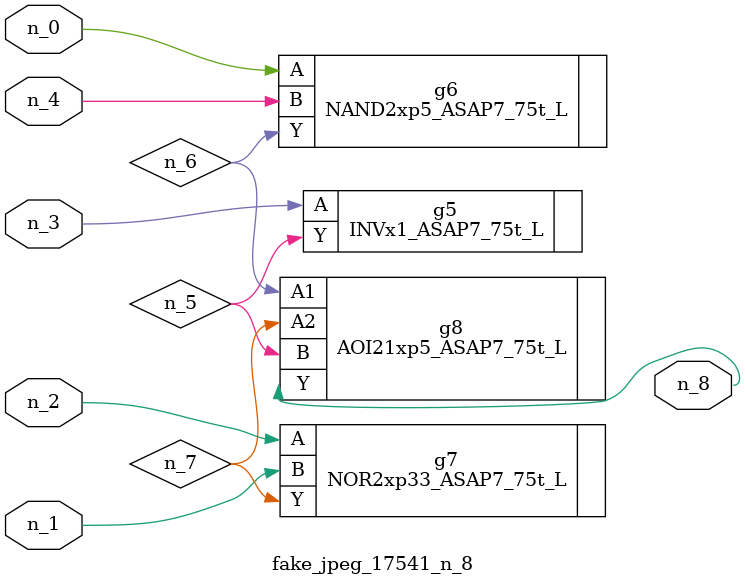
<source format=v>
module fake_jpeg_17541_n_8 (n_3, n_2, n_1, n_0, n_4, n_8);

input n_3;
input n_2;
input n_1;
input n_0;
input n_4;

output n_8;

wire n_6;
wire n_5;
wire n_7;

INVx1_ASAP7_75t_L g5 ( 
.A(n_3),
.Y(n_5)
);

NAND2xp5_ASAP7_75t_L g6 ( 
.A(n_0),
.B(n_4),
.Y(n_6)
);

NOR2xp33_ASAP7_75t_L g7 ( 
.A(n_2),
.B(n_1),
.Y(n_7)
);

AOI21xp5_ASAP7_75t_L g8 ( 
.A1(n_6),
.A2(n_7),
.B(n_5),
.Y(n_8)
);


endmodule
</source>
